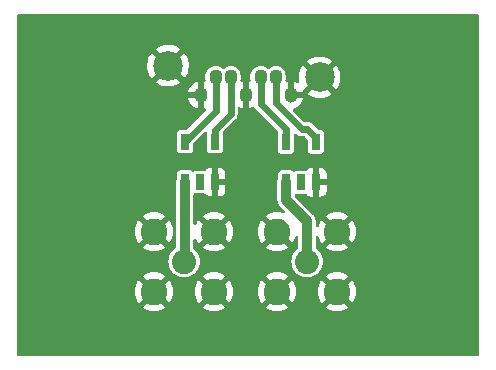
<source format=gbr>
%TF.GenerationSoftware,KiCad,Pcbnew,(5.99.0-10394-g2e15de97e0)*%
%TF.CreationDate,2021-05-18T08:39:57+02:00*%
%TF.ProjectId,SATABAL01A,53415441-4241-44c3-9031-412e6b696361,rev?*%
%TF.SameCoordinates,Original*%
%TF.FileFunction,Copper,L2,Bot*%
%TF.FilePolarity,Positive*%
%FSLAX46Y46*%
G04 Gerber Fmt 4.6, Leading zero omitted, Abs format (unit mm)*
G04 Created by KiCad (PCBNEW (5.99.0-10394-g2e15de97e0)) date 2021-05-18 08:39:57*
%MOMM*%
%LPD*%
G01*
G04 APERTURE LIST*
%TA.AperFunction,ComponentPad*%
%ADD10O,1.100000X1.300000*%
%TD*%
%TA.AperFunction,ComponentPad*%
%ADD11C,2.500000*%
%TD*%
%TA.AperFunction,ComponentPad*%
%ADD12C,2.050000*%
%TD*%
%TA.AperFunction,ComponentPad*%
%ADD13C,2.250000*%
%TD*%
%TA.AperFunction,ComponentPad*%
%ADD14C,6.000000*%
%TD*%
%TA.AperFunction,SMDPad,CuDef*%
%ADD15R,0.760000X1.400000*%
%TD*%
%TA.AperFunction,Conductor*%
%ADD16C,0.600000*%
%TD*%
%TA.AperFunction,Conductor*%
%ADD17C,0.850000*%
%TD*%
G04 APERTURE END LIST*
D10*
%TO.P,J1,1,1*%
%TO.N,GND*%
X23926800Y22858600D03*
%TO.P,J1,2,2*%
%TO.N,/IN1N*%
X22656800Y24358600D03*
%TO.P,J1,3,3*%
%TO.N,/IN1P*%
X21386800Y24358600D03*
%TO.P,J1,4,4*%
%TO.N,GND*%
X20116800Y22858600D03*
%TO.P,J1,5,5*%
%TO.N,/IN2N*%
X18846800Y24358600D03*
%TO.P,J1,6,6*%
%TO.N,/IN2P*%
X17576800Y24358600D03*
%TO.P,J1,7,7*%
%TO.N,GND*%
X16306800Y22858600D03*
D11*
%TO.P,J1,8,4*%
X13556800Y25358600D03*
%TO.P,J1,9,7*%
X26386800Y24358600D03*
%TD*%
D12*
%TO.P,J2,1,In*%
%TO.N,/OUT2*%
X14909800Y8763000D03*
D13*
%TO.P,J2,2,Ext*%
%TO.N,GND*%
X17449800Y6223000D03*
X17449800Y11303000D03*
X12369800Y11303000D03*
X12369800Y6223000D03*
%TD*%
D14*
%TO.P,H4,1,1*%
%TO.N,GND*%
X35560000Y25400000D03*
%TD*%
D12*
%TO.P,J3,1,In*%
%TO.N,/OUT1*%
X25323800Y8763000D03*
D13*
%TO.P,J3,2,Ext*%
%TO.N,GND*%
X27863800Y6223000D03*
X22783800Y6223000D03*
X22783800Y11303000D03*
X27863800Y11303000D03*
%TD*%
D14*
%TO.P,H3,1,1*%
%TO.N,GND*%
X35560000Y5080000D03*
%TD*%
%TO.P,H2,1,1*%
%TO.N,GND*%
X5080000Y25400000D03*
%TD*%
%TO.P,H1,1,1*%
%TO.N,GND*%
X5080000Y5080000D03*
%TD*%
D15*
%TO.P,T2,1,AA*%
%TO.N,/IN2P*%
X14986000Y18924000D03*
%TO.P,T2,2,AB*%
%TO.N,/IN2N*%
X17526000Y18924000D03*
%TO.P,T2,3,SA*%
%TO.N,GND*%
X17526000Y15494000D03*
%TO.P,T2,4,SC*%
%TO.N,unconnected-(T2-Pad4)*%
X16256000Y15494000D03*
%TO.P,T2,5,SB*%
%TO.N,/OUT2*%
X14986000Y15494000D03*
%TD*%
%TO.P,T1,1,AA*%
%TO.N,/IN1P*%
X23545800Y18910800D03*
%TO.P,T1,2,AB*%
%TO.N,/IN1N*%
X26085800Y18910800D03*
%TO.P,T1,3,SA*%
%TO.N,GND*%
X26085800Y15480800D03*
%TO.P,T1,4,SC*%
%TO.N,unconnected-(T1-Pad4)*%
X24815800Y15480800D03*
%TO.P,T1,5,SB*%
%TO.N,/OUT1*%
X23545800Y15480800D03*
%TD*%
D16*
%TO.N,/IN2P*%
X17576800Y21514800D02*
X17576800Y24358600D01*
X17576800Y21514800D02*
X14986000Y18924000D01*
%TO.N,/IN2N*%
X18846800Y21259800D02*
X17526000Y19939000D01*
X17526000Y19939000D02*
X17526000Y18924000D01*
X18846800Y21259800D02*
X18846800Y24358600D01*
%TO.N,/IN1P*%
X21386800Y22123400D02*
X23545800Y19964400D01*
X23545800Y19964400D02*
X23545800Y18910800D01*
X21386800Y24358600D02*
X21386800Y22123400D01*
%TO.N,/IN1N*%
X22656800Y22199600D02*
X24879300Y19977100D01*
X25361900Y19977100D02*
X24879300Y19977100D01*
X26085800Y18910800D02*
X26085800Y19253200D01*
X26085800Y19253200D02*
X25361900Y19977100D01*
X22656800Y24358600D02*
X22656800Y22199600D01*
D17*
%TO.N,/OUT2*%
X14986000Y15494000D02*
X14986000Y8839200D01*
X14986000Y8839200D02*
X14909800Y8763000D01*
%TO.N,/OUT1*%
X25323800Y12217400D02*
X25323800Y8763000D01*
X23545800Y15480800D02*
X23545800Y13995400D01*
X23545800Y13995400D02*
X25323800Y12217400D01*
%TD*%
%TA.AperFunction,Conductor*%
%TO.N,GND*%
G36*
X39828121Y29705998D02*
G01*
X39874614Y29652342D01*
X39886000Y29600000D01*
X39886000Y880000D01*
X39865998Y811879D01*
X39812342Y765386D01*
X39760000Y754000D01*
X880000Y754000D01*
X811879Y774002D01*
X765386Y827658D01*
X754000Y880000D01*
X754000Y4898569D01*
X11410721Y4898569D01*
X11414414Y4893292D01*
X11621944Y4766117D01*
X11630738Y4761636D01*
X11859057Y4667063D01*
X11868442Y4664014D01*
X12108747Y4606321D01*
X12118494Y4604778D01*
X12364870Y4585388D01*
X12374730Y4585388D01*
X12621106Y4604778D01*
X12630853Y4606321D01*
X12871158Y4664014D01*
X12880543Y4667063D01*
X13108862Y4761636D01*
X13117656Y4766117D01*
X13323688Y4892374D01*
X13327734Y4898569D01*
X16490721Y4898569D01*
X16494414Y4893292D01*
X16701944Y4766117D01*
X16710738Y4761636D01*
X16939057Y4667063D01*
X16948442Y4664014D01*
X17188747Y4606321D01*
X17198494Y4604778D01*
X17444870Y4585388D01*
X17454730Y4585388D01*
X17701106Y4604778D01*
X17710853Y4606321D01*
X17951158Y4664014D01*
X17960543Y4667063D01*
X18188862Y4761636D01*
X18197656Y4766117D01*
X18403688Y4892374D01*
X18407734Y4898569D01*
X21824721Y4898569D01*
X21828414Y4893292D01*
X22035944Y4766117D01*
X22044738Y4761636D01*
X22273057Y4667063D01*
X22282442Y4664014D01*
X22522747Y4606321D01*
X22532494Y4604778D01*
X22778870Y4585388D01*
X22788730Y4585388D01*
X23035106Y4604778D01*
X23044853Y4606321D01*
X23285158Y4664014D01*
X23294543Y4667063D01*
X23522862Y4761636D01*
X23531656Y4766117D01*
X23737688Y4892374D01*
X23741734Y4898569D01*
X26904721Y4898569D01*
X26908414Y4893292D01*
X27115944Y4766117D01*
X27124738Y4761636D01*
X27353057Y4667063D01*
X27362442Y4664014D01*
X27602747Y4606321D01*
X27612494Y4604778D01*
X27858870Y4585388D01*
X27868730Y4585388D01*
X28115106Y4604778D01*
X28124853Y4606321D01*
X28365158Y4664014D01*
X28374543Y4667063D01*
X28602862Y4761636D01*
X28611656Y4766117D01*
X28817688Y4892374D01*
X28822952Y4900434D01*
X28816944Y4910646D01*
X27876612Y5850978D01*
X27862668Y5858592D01*
X27860835Y5858461D01*
X27854220Y5854210D01*
X26912111Y4912101D01*
X26904721Y4898569D01*
X23741734Y4898569D01*
X23742952Y4900434D01*
X23736944Y4910646D01*
X22796612Y5850978D01*
X22782668Y5858592D01*
X22780835Y5858461D01*
X22774220Y5854210D01*
X21832111Y4912101D01*
X21824721Y4898569D01*
X18407734Y4898569D01*
X18408952Y4900434D01*
X18402944Y4910646D01*
X17462612Y5850978D01*
X17448668Y5858592D01*
X17446835Y5858461D01*
X17440220Y5854210D01*
X16498111Y4912101D01*
X16490721Y4898569D01*
X13327734Y4898569D01*
X13328952Y4900434D01*
X13322944Y4910646D01*
X12382612Y5850978D01*
X12368668Y5858592D01*
X12366835Y5858461D01*
X12360220Y5854210D01*
X11418111Y4912101D01*
X11410721Y4898569D01*
X754000Y4898569D01*
X754000Y6227930D01*
X10732188Y6227930D01*
X10732188Y6218070D01*
X10751578Y5971694D01*
X10753121Y5961947D01*
X10810814Y5721642D01*
X10813863Y5712257D01*
X10908436Y5483938D01*
X10912917Y5475144D01*
X11039174Y5269112D01*
X11047234Y5263848D01*
X11057446Y5269856D01*
X11997778Y6210188D01*
X12004156Y6221868D01*
X12734208Y6221868D01*
X12734339Y6220035D01*
X12738590Y6213420D01*
X13680699Y5271311D01*
X13694231Y5263921D01*
X13699508Y5267614D01*
X13826683Y5475144D01*
X13831164Y5483938D01*
X13925737Y5712257D01*
X13928786Y5721642D01*
X13986479Y5961947D01*
X13988022Y5971694D01*
X14007412Y6218070D01*
X14007412Y6227930D01*
X15812188Y6227930D01*
X15812188Y6218070D01*
X15831578Y5971694D01*
X15833121Y5961947D01*
X15890814Y5721642D01*
X15893863Y5712257D01*
X15988436Y5483938D01*
X15992917Y5475144D01*
X16119174Y5269112D01*
X16127234Y5263848D01*
X16137446Y5269856D01*
X17077778Y6210188D01*
X17084156Y6221868D01*
X17814208Y6221868D01*
X17814339Y6220035D01*
X17818590Y6213420D01*
X18760699Y5271311D01*
X18774231Y5263921D01*
X18779508Y5267614D01*
X18906683Y5475144D01*
X18911164Y5483938D01*
X19005737Y5712257D01*
X19008786Y5721642D01*
X19066479Y5961947D01*
X19068022Y5971694D01*
X19087412Y6218070D01*
X19087412Y6227930D01*
X21146188Y6227930D01*
X21146188Y6218070D01*
X21165578Y5971694D01*
X21167121Y5961947D01*
X21224814Y5721642D01*
X21227863Y5712257D01*
X21322436Y5483938D01*
X21326917Y5475144D01*
X21453174Y5269112D01*
X21461234Y5263848D01*
X21471446Y5269856D01*
X22411778Y6210188D01*
X22418156Y6221868D01*
X23148208Y6221868D01*
X23148339Y6220035D01*
X23152590Y6213420D01*
X24094699Y5271311D01*
X24108231Y5263921D01*
X24113508Y5267614D01*
X24240683Y5475144D01*
X24245164Y5483938D01*
X24339737Y5712257D01*
X24342786Y5721642D01*
X24400479Y5961947D01*
X24402022Y5971694D01*
X24421412Y6218070D01*
X24421412Y6227930D01*
X26226188Y6227930D01*
X26226188Y6218070D01*
X26245578Y5971694D01*
X26247121Y5961947D01*
X26304814Y5721642D01*
X26307863Y5712257D01*
X26402436Y5483938D01*
X26406917Y5475144D01*
X26533174Y5269112D01*
X26541234Y5263848D01*
X26551446Y5269856D01*
X27491778Y6210188D01*
X27498156Y6221868D01*
X28228208Y6221868D01*
X28228339Y6220035D01*
X28232590Y6213420D01*
X29174699Y5271311D01*
X29188231Y5263921D01*
X29193508Y5267614D01*
X29320683Y5475144D01*
X29325164Y5483938D01*
X29419737Y5712257D01*
X29422786Y5721642D01*
X29480479Y5961947D01*
X29482022Y5971694D01*
X29501412Y6218070D01*
X29501412Y6227930D01*
X29482022Y6474306D01*
X29480479Y6484053D01*
X29422786Y6724358D01*
X29419737Y6733743D01*
X29325164Y6962062D01*
X29320683Y6970856D01*
X29194426Y7176888D01*
X29186366Y7182152D01*
X29176154Y7176144D01*
X28235822Y6235812D01*
X28228208Y6221868D01*
X27498156Y6221868D01*
X27499392Y6224132D01*
X27499261Y6225965D01*
X27495010Y6232580D01*
X26552901Y7174689D01*
X26539369Y7182079D01*
X26534092Y7178386D01*
X26406917Y6970856D01*
X26402436Y6962062D01*
X26307863Y6733743D01*
X26304814Y6724358D01*
X26247121Y6484053D01*
X26245578Y6474306D01*
X26226188Y6227930D01*
X24421412Y6227930D01*
X24402022Y6474306D01*
X24400479Y6484053D01*
X24342786Y6724358D01*
X24339737Y6733743D01*
X24245164Y6962062D01*
X24240683Y6970856D01*
X24114426Y7176888D01*
X24106366Y7182152D01*
X24096154Y7176144D01*
X23155822Y6235812D01*
X23148208Y6221868D01*
X22418156Y6221868D01*
X22419392Y6224132D01*
X22419261Y6225965D01*
X22415010Y6232580D01*
X21472901Y7174689D01*
X21459369Y7182079D01*
X21454092Y7178386D01*
X21326917Y6970856D01*
X21322436Y6962062D01*
X21227863Y6733743D01*
X21224814Y6724358D01*
X21167121Y6484053D01*
X21165578Y6474306D01*
X21146188Y6227930D01*
X19087412Y6227930D01*
X19068022Y6474306D01*
X19066479Y6484053D01*
X19008786Y6724358D01*
X19005737Y6733743D01*
X18911164Y6962062D01*
X18906683Y6970856D01*
X18780426Y7176888D01*
X18772366Y7182152D01*
X18762154Y7176144D01*
X17821822Y6235812D01*
X17814208Y6221868D01*
X17084156Y6221868D01*
X17085392Y6224132D01*
X17085261Y6225965D01*
X17081010Y6232580D01*
X16138901Y7174689D01*
X16125369Y7182079D01*
X16120092Y7178386D01*
X15992917Y6970856D01*
X15988436Y6962062D01*
X15893863Y6733743D01*
X15890814Y6724358D01*
X15833121Y6484053D01*
X15831578Y6474306D01*
X15812188Y6227930D01*
X14007412Y6227930D01*
X13988022Y6474306D01*
X13986479Y6484053D01*
X13928786Y6724358D01*
X13925737Y6733743D01*
X13831164Y6962062D01*
X13826683Y6970856D01*
X13700426Y7176888D01*
X13692366Y7182152D01*
X13682154Y7176144D01*
X12741822Y6235812D01*
X12734208Y6221868D01*
X12004156Y6221868D01*
X12005392Y6224132D01*
X12005261Y6225965D01*
X12001010Y6232580D01*
X11058901Y7174689D01*
X11045369Y7182079D01*
X11040092Y7178386D01*
X10912917Y6970856D01*
X10908436Y6962062D01*
X10813863Y6733743D01*
X10810814Y6724358D01*
X10753121Y6484053D01*
X10751578Y6474306D01*
X10732188Y6227930D01*
X754000Y6227930D01*
X754000Y7545566D01*
X11410648Y7545566D01*
X11416656Y7535354D01*
X12356988Y6595022D01*
X12370932Y6587408D01*
X12372765Y6587539D01*
X12379380Y6591790D01*
X13321489Y7533899D01*
X13328879Y7547431D01*
X13325186Y7552708D01*
X13117656Y7679883D01*
X13108862Y7684364D01*
X12880543Y7778937D01*
X12871158Y7781986D01*
X12630853Y7839679D01*
X12621106Y7841222D01*
X12374730Y7860612D01*
X12364870Y7860612D01*
X12118494Y7841222D01*
X12108747Y7839679D01*
X11868442Y7781986D01*
X11859057Y7778937D01*
X11630738Y7684364D01*
X11621944Y7679883D01*
X11415912Y7553626D01*
X11410648Y7545566D01*
X754000Y7545566D01*
X754000Y8763000D01*
X13579300Y8763000D01*
X13599513Y8531961D01*
X13659539Y8307942D01*
X13661861Y8302961D01*
X13661862Y8302960D01*
X13755227Y8102737D01*
X13755230Y8102732D01*
X13757553Y8097750D01*
X13890578Y7907771D01*
X14054571Y7743778D01*
X14059079Y7740621D01*
X14059082Y7740619D01*
X14138395Y7685084D01*
X14244550Y7610753D01*
X14249532Y7608430D01*
X14249537Y7608427D01*
X14409364Y7533899D01*
X14454742Y7512739D01*
X14460050Y7511317D01*
X14460052Y7511316D01*
X14529509Y7492705D01*
X14678761Y7452713D01*
X14909800Y7432500D01*
X15140839Y7452713D01*
X15290091Y7492705D01*
X15359548Y7511316D01*
X15359550Y7511317D01*
X15364858Y7512739D01*
X15410236Y7533899D01*
X15435256Y7545566D01*
X16490648Y7545566D01*
X16496656Y7535354D01*
X17436988Y6595022D01*
X17450932Y6587408D01*
X17452765Y6587539D01*
X17459380Y6591790D01*
X18401489Y7533899D01*
X18407860Y7545566D01*
X21824648Y7545566D01*
X21830656Y7535354D01*
X22770988Y6595022D01*
X22784932Y6587408D01*
X22786765Y6587539D01*
X22793380Y6591790D01*
X23735489Y7533899D01*
X23742879Y7547431D01*
X23739186Y7552708D01*
X23531656Y7679883D01*
X23522862Y7684364D01*
X23294543Y7778937D01*
X23285158Y7781986D01*
X23044853Y7839679D01*
X23035106Y7841222D01*
X22788730Y7860612D01*
X22778870Y7860612D01*
X22532494Y7841222D01*
X22522747Y7839679D01*
X22282442Y7781986D01*
X22273057Y7778937D01*
X22044738Y7684364D01*
X22035944Y7679883D01*
X21829912Y7553626D01*
X21824648Y7545566D01*
X18407860Y7545566D01*
X18408879Y7547431D01*
X18405186Y7552708D01*
X18197656Y7679883D01*
X18188862Y7684364D01*
X17960543Y7778937D01*
X17951158Y7781986D01*
X17710853Y7839679D01*
X17701106Y7841222D01*
X17454730Y7860612D01*
X17444870Y7860612D01*
X17198494Y7841222D01*
X17188747Y7839679D01*
X16948442Y7781986D01*
X16939057Y7778937D01*
X16710738Y7684364D01*
X16701944Y7679883D01*
X16495912Y7553626D01*
X16490648Y7545566D01*
X15435256Y7545566D01*
X15570063Y7608427D01*
X15570068Y7608430D01*
X15575050Y7610753D01*
X15681205Y7685084D01*
X15760518Y7740619D01*
X15760521Y7740621D01*
X15765029Y7743778D01*
X15929022Y7907771D01*
X16062047Y8097750D01*
X16064370Y8102732D01*
X16064373Y8102737D01*
X16157738Y8302960D01*
X16157739Y8302961D01*
X16160061Y8307942D01*
X16220087Y8531961D01*
X16240300Y8763000D01*
X16220087Y8994039D01*
X16160061Y9218058D01*
X16157738Y9223040D01*
X16064373Y9423263D01*
X16064370Y9423268D01*
X16062047Y9428250D01*
X15929022Y9618229D01*
X15765029Y9782222D01*
X15760523Y9785377D01*
X15756506Y9788748D01*
X15717181Y9847858D01*
X15711500Y9885267D01*
X15711500Y9978569D01*
X16490721Y9978569D01*
X16494414Y9973292D01*
X16701944Y9846117D01*
X16710738Y9841636D01*
X16939057Y9747063D01*
X16948442Y9744014D01*
X17188747Y9686321D01*
X17198494Y9684778D01*
X17444870Y9665388D01*
X17454730Y9665388D01*
X17701106Y9684778D01*
X17710853Y9686321D01*
X17951158Y9744014D01*
X17960543Y9747063D01*
X18188862Y9841636D01*
X18197656Y9846117D01*
X18403688Y9972374D01*
X18407734Y9978569D01*
X21824721Y9978569D01*
X21828414Y9973292D01*
X22035944Y9846117D01*
X22044738Y9841636D01*
X22273057Y9747063D01*
X22282442Y9744014D01*
X22522747Y9686321D01*
X22532494Y9684778D01*
X22778870Y9665388D01*
X22788730Y9665388D01*
X23035106Y9684778D01*
X23044853Y9686321D01*
X23285158Y9744014D01*
X23294543Y9747063D01*
X23522862Y9841636D01*
X23531656Y9846117D01*
X23737688Y9972374D01*
X23742952Y9980434D01*
X23736944Y9990646D01*
X22796612Y10930978D01*
X22782668Y10938592D01*
X22780835Y10938461D01*
X22774220Y10934210D01*
X21832111Y9992101D01*
X21824721Y9978569D01*
X18407734Y9978569D01*
X18408952Y9980434D01*
X18402944Y9990646D01*
X17462612Y10930978D01*
X17448668Y10938592D01*
X17446835Y10938461D01*
X17440220Y10934210D01*
X16498111Y9992101D01*
X16490721Y9978569D01*
X15711500Y9978569D01*
X15711500Y10599076D01*
X15731502Y10667197D01*
X15785158Y10713690D01*
X15855432Y10723794D01*
X15920012Y10694300D01*
X15953909Y10647294D01*
X15988436Y10563938D01*
X15992917Y10555144D01*
X16119174Y10349112D01*
X16127234Y10343848D01*
X16137446Y10349856D01*
X17077778Y11290188D01*
X17084156Y11301868D01*
X17814208Y11301868D01*
X17814339Y11300035D01*
X17818590Y11293420D01*
X18760699Y10351311D01*
X18774231Y10343921D01*
X18779508Y10347614D01*
X18906683Y10555144D01*
X18911164Y10563938D01*
X19005737Y10792257D01*
X19008786Y10801642D01*
X19066479Y11041947D01*
X19068022Y11051694D01*
X19087412Y11298070D01*
X19087412Y11307930D01*
X21146188Y11307930D01*
X21146188Y11298070D01*
X21165578Y11051694D01*
X21167121Y11041947D01*
X21224814Y10801642D01*
X21227863Y10792257D01*
X21322436Y10563938D01*
X21326917Y10555144D01*
X21453174Y10349112D01*
X21461234Y10343848D01*
X21471446Y10349856D01*
X22411778Y11290188D01*
X22419392Y11304132D01*
X22419261Y11305965D01*
X22415010Y11312580D01*
X21472901Y12254689D01*
X21459369Y12262079D01*
X21454092Y12258386D01*
X21326917Y12050856D01*
X21322436Y12042062D01*
X21227863Y11813743D01*
X21224814Y11804358D01*
X21167121Y11564053D01*
X21165578Y11554306D01*
X21146188Y11307930D01*
X19087412Y11307930D01*
X19068022Y11554306D01*
X19066479Y11564053D01*
X19008786Y11804358D01*
X19005737Y11813743D01*
X18911164Y12042062D01*
X18906683Y12050856D01*
X18780426Y12256888D01*
X18772366Y12262152D01*
X18762154Y12256144D01*
X17821822Y11315812D01*
X17814208Y11301868D01*
X17084156Y11301868D01*
X17085392Y11304132D01*
X17085261Y11305965D01*
X17081010Y11312580D01*
X16138901Y12254689D01*
X16125369Y12262079D01*
X16120092Y12258386D01*
X15992917Y12050856D01*
X15988436Y12042062D01*
X15953909Y11958706D01*
X15909360Y11903425D01*
X15841997Y11881004D01*
X15773206Y11898562D01*
X15724828Y11950524D01*
X15711500Y12006924D01*
X15711500Y12625566D01*
X16490648Y12625566D01*
X16496656Y12615354D01*
X17436988Y11675022D01*
X17450932Y11667408D01*
X17452765Y11667539D01*
X17459380Y11671790D01*
X18401489Y12613899D01*
X18407860Y12625566D01*
X21824648Y12625566D01*
X21830656Y12615354D01*
X24094699Y10351311D01*
X24108231Y10343921D01*
X24113508Y10347614D01*
X24240683Y10555144D01*
X24245164Y10563938D01*
X24339737Y10792257D01*
X24342786Y10801642D01*
X24349781Y10830777D01*
X24385133Y10892346D01*
X24448160Y10925029D01*
X24518851Y10918448D01*
X24574762Y10874694D01*
X24598300Y10801363D01*
X24598300Y9938651D01*
X24578298Y9870530D01*
X24544571Y9835438D01*
X24473082Y9785381D01*
X24473079Y9785379D01*
X24468571Y9782222D01*
X24304578Y9618229D01*
X24171553Y9428250D01*
X24169230Y9423268D01*
X24169227Y9423263D01*
X24075862Y9223040D01*
X24073539Y9218058D01*
X24013513Y8994039D01*
X23993300Y8763000D01*
X24013513Y8531961D01*
X24073539Y8307942D01*
X24075861Y8302961D01*
X24075862Y8302960D01*
X24169227Y8102737D01*
X24169230Y8102732D01*
X24171553Y8097750D01*
X24304578Y7907771D01*
X24468571Y7743778D01*
X24473079Y7740621D01*
X24473082Y7740619D01*
X24552395Y7685084D01*
X24658550Y7610753D01*
X24663532Y7608430D01*
X24663537Y7608427D01*
X24823364Y7533899D01*
X24868742Y7512739D01*
X24874050Y7511317D01*
X24874052Y7511316D01*
X24943509Y7492705D01*
X25092761Y7452713D01*
X25323800Y7432500D01*
X25554839Y7452713D01*
X25704091Y7492705D01*
X25773548Y7511316D01*
X25773550Y7511317D01*
X25778858Y7512739D01*
X25824236Y7533899D01*
X25849256Y7545566D01*
X26904648Y7545566D01*
X26910656Y7535354D01*
X27850988Y6595022D01*
X27864932Y6587408D01*
X27866765Y6587539D01*
X27873380Y6591790D01*
X28815489Y7533899D01*
X28822879Y7547431D01*
X28819186Y7552708D01*
X28611656Y7679883D01*
X28602862Y7684364D01*
X28374543Y7778937D01*
X28365158Y7781986D01*
X28124853Y7839679D01*
X28115106Y7841222D01*
X27868730Y7860612D01*
X27858870Y7860612D01*
X27612494Y7841222D01*
X27602747Y7839679D01*
X27362442Y7781986D01*
X27353057Y7778937D01*
X27124738Y7684364D01*
X27115944Y7679883D01*
X26909912Y7553626D01*
X26904648Y7545566D01*
X25849256Y7545566D01*
X25984063Y7608427D01*
X25984068Y7608430D01*
X25989050Y7610753D01*
X26095205Y7685084D01*
X26174518Y7740619D01*
X26174521Y7740621D01*
X26179029Y7743778D01*
X26343022Y7907771D01*
X26476047Y8097750D01*
X26478370Y8102732D01*
X26478373Y8102737D01*
X26571738Y8302960D01*
X26571739Y8302961D01*
X26574061Y8307942D01*
X26634087Y8531961D01*
X26654300Y8763000D01*
X26634087Y8994039D01*
X26574061Y9218058D01*
X26571738Y9223040D01*
X26478373Y9423263D01*
X26478370Y9423268D01*
X26476047Y9428250D01*
X26343022Y9618229D01*
X26179029Y9782222D01*
X26174521Y9785379D01*
X26174518Y9785381D01*
X26103029Y9835438D01*
X26058701Y9890895D01*
X26049300Y9938651D01*
X26049300Y9978569D01*
X26904721Y9978569D01*
X26908414Y9973292D01*
X27115944Y9846117D01*
X27124738Y9841636D01*
X27353057Y9747063D01*
X27362442Y9744014D01*
X27602747Y9686321D01*
X27612494Y9684778D01*
X27858870Y9665388D01*
X27868730Y9665388D01*
X28115106Y9684778D01*
X28124853Y9686321D01*
X28365158Y9744014D01*
X28374543Y9747063D01*
X28602862Y9841636D01*
X28611656Y9846117D01*
X28817688Y9972374D01*
X28822952Y9980434D01*
X28816944Y9990646D01*
X27876612Y10930978D01*
X27862668Y10938592D01*
X27860835Y10938461D01*
X27854220Y10934210D01*
X26912111Y9992101D01*
X26904721Y9978569D01*
X26049300Y9978569D01*
X26049300Y10801363D01*
X26069302Y10869484D01*
X26122958Y10915977D01*
X26193232Y10926081D01*
X26257812Y10896587D01*
X26297819Y10830777D01*
X26304814Y10801642D01*
X26307863Y10792257D01*
X26402436Y10563938D01*
X26406917Y10555144D01*
X26533174Y10349112D01*
X26541234Y10343848D01*
X26551446Y10349856D01*
X27491778Y11290188D01*
X27498156Y11301868D01*
X28228208Y11301868D01*
X28228339Y11300035D01*
X28232590Y11293420D01*
X29174699Y10351311D01*
X29188231Y10343921D01*
X29193508Y10347614D01*
X29320683Y10555144D01*
X29325164Y10563938D01*
X29419737Y10792257D01*
X29422786Y10801642D01*
X29480479Y11041947D01*
X29482022Y11051694D01*
X29501412Y11298070D01*
X29501412Y11307930D01*
X29482022Y11554306D01*
X29480479Y11564053D01*
X29422786Y11804358D01*
X29419737Y11813743D01*
X29325164Y12042062D01*
X29320683Y12050856D01*
X29194426Y12256888D01*
X29186366Y12262152D01*
X29176154Y12256144D01*
X28235822Y11315812D01*
X28228208Y11301868D01*
X27498156Y11301868D01*
X27499392Y11304132D01*
X27499261Y11305965D01*
X27495010Y11312580D01*
X26552901Y12254689D01*
X26539369Y12262079D01*
X26534092Y12258386D01*
X26406917Y12050856D01*
X26402436Y12042062D01*
X26307863Y11813743D01*
X26304814Y11804358D01*
X26297819Y11775223D01*
X26262467Y11713654D01*
X26199440Y11680971D01*
X26128749Y11687552D01*
X26072838Y11731306D01*
X26049300Y11804637D01*
X26049300Y12152434D01*
X26050733Y12171384D01*
X26052755Y12184672D01*
X26052755Y12184676D01*
X26053855Y12191906D01*
X26049715Y12242806D01*
X26049300Y12253021D01*
X26049300Y12260285D01*
X26046223Y12286674D01*
X26045791Y12291043D01*
X26040733Y12353239D01*
X26040732Y12353242D01*
X26040139Y12360538D01*
X26037882Y12367506D01*
X26036809Y12372875D01*
X26035555Y12378180D01*
X26034707Y12385451D01*
X26010896Y12451049D01*
X26009481Y12455173D01*
X25990255Y12514523D01*
X25990254Y12514526D01*
X25987997Y12521492D01*
X25984197Y12527754D01*
X25981919Y12532729D01*
X25979480Y12537600D01*
X25976980Y12544488D01*
X25938741Y12602813D01*
X25936400Y12606523D01*
X25924844Y12625566D01*
X26904648Y12625566D01*
X26910656Y12615354D01*
X27850988Y11675022D01*
X27864932Y11667408D01*
X27866765Y11667539D01*
X27873380Y11671790D01*
X28815489Y12613899D01*
X28822879Y12627431D01*
X28819186Y12632708D01*
X28611656Y12759883D01*
X28602862Y12764364D01*
X28374543Y12858937D01*
X28365158Y12861986D01*
X28124853Y12919679D01*
X28115106Y12921222D01*
X27868730Y12940612D01*
X27858870Y12940612D01*
X27612494Y12921222D01*
X27602747Y12919679D01*
X27362442Y12861986D01*
X27353057Y12858937D01*
X27124738Y12764364D01*
X27115944Y12759883D01*
X26909912Y12633626D01*
X26904648Y12625566D01*
X25924844Y12625566D01*
X25903141Y12661332D01*
X25903138Y12661336D01*
X25900226Y12666135D01*
X25893790Y12673421D01*
X25893795Y12673426D01*
X25890474Y12677171D01*
X25888226Y12679860D01*
X25884214Y12685979D01*
X25828836Y12738439D01*
X25826395Y12740816D01*
X24308205Y14259007D01*
X24274179Y14321319D01*
X24271300Y14348102D01*
X24271300Y14404489D01*
X24291302Y14472610D01*
X24344958Y14519103D01*
X24421877Y14528069D01*
X24429731Y14526507D01*
X24429733Y14526507D01*
X24435800Y14525300D01*
X25195800Y14525300D01*
X25195800Y14522837D01*
X25254887Y14511637D01*
X25303493Y14467587D01*
X25313230Y14452435D01*
X25324912Y14438953D01*
X25421640Y14355138D01*
X25436648Y14345493D01*
X25553075Y14292323D01*
X25570188Y14287298D01*
X25701354Y14268439D01*
X25710295Y14267800D01*
X25813685Y14267800D01*
X25828924Y14272275D01*
X25830129Y14273665D01*
X25831800Y14281348D01*
X25831800Y15213252D01*
X26339800Y15213252D01*
X26339800Y14285915D01*
X26344275Y14270676D01*
X26345665Y14269471D01*
X26353348Y14267800D01*
X26463543Y14267800D01*
X26468050Y14267961D01*
X26532069Y14272540D01*
X26545291Y14274926D01*
X26670258Y14311619D01*
X26686492Y14319033D01*
X26794160Y14388226D01*
X26807647Y14399912D01*
X26891462Y14496640D01*
X26901107Y14511648D01*
X26954277Y14628075D01*
X26959302Y14645188D01*
X26978161Y14776354D01*
X26978800Y14785295D01*
X26978800Y15208685D01*
X26974325Y15223924D01*
X26972935Y15225129D01*
X26965252Y15226800D01*
X26357915Y15226800D01*
X26342676Y15222325D01*
X26341471Y15220935D01*
X26339800Y15213252D01*
X25831800Y15213252D01*
X25831800Y16675685D01*
X25830459Y16680252D01*
X26339800Y16680252D01*
X26339800Y15752915D01*
X26344275Y15737676D01*
X26345665Y15736471D01*
X26353348Y15734800D01*
X26960685Y15734800D01*
X26975924Y15739275D01*
X26977129Y15740665D01*
X26978800Y15748348D01*
X26978800Y16178543D01*
X26978639Y16183050D01*
X26974060Y16247069D01*
X26971674Y16260291D01*
X26934981Y16385258D01*
X26927567Y16401492D01*
X26858374Y16509160D01*
X26846688Y16522647D01*
X26749960Y16606462D01*
X26734952Y16616107D01*
X26618525Y16669277D01*
X26601412Y16674302D01*
X26470246Y16693161D01*
X26461305Y16693800D01*
X26357915Y16693800D01*
X26342676Y16689325D01*
X26341471Y16687935D01*
X26339800Y16680252D01*
X25830459Y16680252D01*
X25827325Y16690924D01*
X25825935Y16692129D01*
X25818252Y16693800D01*
X25708057Y16693800D01*
X25703550Y16693639D01*
X25639531Y16689060D01*
X25626309Y16686674D01*
X25501342Y16649981D01*
X25485108Y16642567D01*
X25377440Y16573374D01*
X25363953Y16561688D01*
X25292833Y16479610D01*
X25233107Y16441226D01*
X25195800Y16437719D01*
X25195800Y16436300D01*
X24435800Y16436300D01*
X24338024Y16416851D01*
X24327708Y16409958D01*
X24292570Y16386480D01*
X24224817Y16365266D01*
X24156350Y16384050D01*
X24138383Y16397604D01*
X24131614Y16406567D01*
X24036159Y16465670D01*
X24024687Y16467814D01*
X24024686Y16467815D01*
X23931525Y16485230D01*
X23931523Y16485230D01*
X23925800Y16486300D01*
X23165800Y16486300D01*
X23164359Y16486233D01*
X23164342Y16486233D01*
X23150242Y16485581D01*
X23137612Y16484997D01*
X23029627Y16454272D01*
X22940033Y16386614D01*
X22880930Y16291159D01*
X22878786Y16279687D01*
X22878785Y16279686D01*
X22861678Y16188173D01*
X22860300Y16180800D01*
X22860300Y15747288D01*
X22856689Y15717340D01*
X22820902Y15571091D01*
X22820300Y15561388D01*
X22820300Y14060366D01*
X22818867Y14041417D01*
X22815745Y14020894D01*
X22816338Y14013602D01*
X22816338Y14013599D01*
X22819885Y13969994D01*
X22820300Y13959779D01*
X22820300Y13952515D01*
X22820724Y13948880D01*
X22823376Y13926137D01*
X22823809Y13921761D01*
X22829461Y13852262D01*
X22831718Y13845294D01*
X22832791Y13839925D01*
X22834045Y13834621D01*
X22834893Y13827349D01*
X22837390Y13820471D01*
X22858686Y13761800D01*
X22860114Y13757640D01*
X22879347Y13698269D01*
X22879349Y13698264D01*
X22881603Y13691307D01*
X22885397Y13685055D01*
X22887673Y13680083D01*
X22890123Y13675189D01*
X22892620Y13668312D01*
X22896631Y13662195D01*
X22896632Y13662192D01*
X22930850Y13610002D01*
X22933197Y13606282D01*
X22966461Y13551464D01*
X22966466Y13551457D01*
X22969374Y13546665D01*
X22973089Y13542459D01*
X22975810Y13539378D01*
X22975805Y13539374D01*
X22979130Y13535624D01*
X22981375Y13532938D01*
X22985386Y13526821D01*
X22990694Y13521793D01*
X22990697Y13521789D01*
X23040746Y13474378D01*
X23043188Y13472000D01*
X23464106Y13051082D01*
X23498132Y12988770D01*
X23493067Y12917955D01*
X23450520Y12861119D01*
X23384000Y12836308D01*
X23326792Y12845579D01*
X23294549Y12858935D01*
X23285158Y12861986D01*
X23044853Y12919679D01*
X23035106Y12921222D01*
X22788730Y12940612D01*
X22778870Y12940612D01*
X22532494Y12921222D01*
X22522747Y12919679D01*
X22282442Y12861986D01*
X22273057Y12858937D01*
X22044738Y12764364D01*
X22035944Y12759883D01*
X21829912Y12633626D01*
X21824648Y12625566D01*
X18407860Y12625566D01*
X18408879Y12627431D01*
X18405186Y12632708D01*
X18197656Y12759883D01*
X18188862Y12764364D01*
X17960543Y12858937D01*
X17951158Y12861986D01*
X17710853Y12919679D01*
X17701106Y12921222D01*
X17454730Y12940612D01*
X17444870Y12940612D01*
X17198494Y12921222D01*
X17188747Y12919679D01*
X16948442Y12861986D01*
X16939057Y12858937D01*
X16710738Y12764364D01*
X16701944Y12759883D01*
X16495912Y12633626D01*
X16490648Y12625566D01*
X15711500Y12625566D01*
X15711500Y14417689D01*
X15731502Y14485810D01*
X15785158Y14532303D01*
X15862077Y14541269D01*
X15869931Y14539707D01*
X15869933Y14539707D01*
X15876000Y14538500D01*
X16636000Y14538500D01*
X16636000Y14536037D01*
X16695087Y14524837D01*
X16743693Y14480787D01*
X16753430Y14465635D01*
X16765112Y14452153D01*
X16861840Y14368338D01*
X16876848Y14358693D01*
X16993275Y14305523D01*
X17010388Y14300498D01*
X17141554Y14281639D01*
X17150495Y14281000D01*
X17253885Y14281000D01*
X17269124Y14285475D01*
X17270329Y14286865D01*
X17272000Y14294548D01*
X17272000Y15226452D01*
X17780000Y15226452D01*
X17780000Y14299115D01*
X17784475Y14283876D01*
X17785865Y14282671D01*
X17793548Y14281000D01*
X17903743Y14281000D01*
X17908250Y14281161D01*
X17972269Y14285740D01*
X17985491Y14288126D01*
X18110458Y14324819D01*
X18126692Y14332233D01*
X18234360Y14401426D01*
X18247847Y14413112D01*
X18331662Y14509840D01*
X18341307Y14524848D01*
X18394477Y14641275D01*
X18399502Y14658388D01*
X18418361Y14789554D01*
X18419000Y14798495D01*
X18419000Y15221885D01*
X18414525Y15237124D01*
X18413135Y15238329D01*
X18405452Y15240000D01*
X17798115Y15240000D01*
X17782876Y15235525D01*
X17781671Y15234135D01*
X17780000Y15226452D01*
X17272000Y15226452D01*
X17272000Y16688885D01*
X17270659Y16693452D01*
X17780000Y16693452D01*
X17780000Y15766115D01*
X17784475Y15750876D01*
X17785865Y15749671D01*
X17793548Y15748000D01*
X18400885Y15748000D01*
X18416124Y15752475D01*
X18417329Y15753865D01*
X18419000Y15761548D01*
X18419000Y16191743D01*
X18418839Y16196250D01*
X18414260Y16260269D01*
X18411874Y16273491D01*
X18375181Y16398458D01*
X18367767Y16414692D01*
X18298574Y16522360D01*
X18286888Y16535847D01*
X18190160Y16619662D01*
X18175152Y16629307D01*
X18058725Y16682477D01*
X18041612Y16687502D01*
X17910446Y16706361D01*
X17901505Y16707000D01*
X17798115Y16707000D01*
X17782876Y16702525D01*
X17781671Y16701135D01*
X17780000Y16693452D01*
X17270659Y16693452D01*
X17267525Y16704124D01*
X17266135Y16705329D01*
X17258452Y16707000D01*
X17148257Y16707000D01*
X17143750Y16706839D01*
X17079731Y16702260D01*
X17066509Y16699874D01*
X16941542Y16663181D01*
X16925308Y16655767D01*
X16817640Y16586574D01*
X16804153Y16574888D01*
X16733033Y16492810D01*
X16673307Y16454426D01*
X16636000Y16450919D01*
X16636000Y16449500D01*
X15876000Y16449500D01*
X15778224Y16430051D01*
X15758469Y16416851D01*
X15732770Y16399680D01*
X15665017Y16378466D01*
X15596550Y16397250D01*
X15578583Y16410804D01*
X15571814Y16419767D01*
X15476359Y16478870D01*
X15464887Y16481014D01*
X15464886Y16481015D01*
X15371725Y16498430D01*
X15371723Y16498430D01*
X15366000Y16499500D01*
X14606000Y16499500D01*
X14604559Y16499433D01*
X14604542Y16499433D01*
X14590442Y16498781D01*
X14577812Y16498197D01*
X14469827Y16467472D01*
X14380233Y16399814D01*
X14321130Y16304359D01*
X14318986Y16292887D01*
X14318985Y16292886D01*
X14312892Y16260291D01*
X14300500Y16194000D01*
X14300500Y15760488D01*
X14296889Y15730540D01*
X14261102Y15584291D01*
X14260500Y15574588D01*
X14260500Y9992007D01*
X14240498Y9923886D01*
X14206771Y9888794D01*
X14059082Y9785381D01*
X14059079Y9785379D01*
X14054571Y9782222D01*
X13890578Y9618229D01*
X13757553Y9428250D01*
X13755230Y9423268D01*
X13755227Y9423263D01*
X13661862Y9223040D01*
X13659539Y9218058D01*
X13599513Y8994039D01*
X13579300Y8763000D01*
X754000Y8763000D01*
X754000Y9978569D01*
X11410721Y9978569D01*
X11414414Y9973292D01*
X11621944Y9846117D01*
X11630738Y9841636D01*
X11859057Y9747063D01*
X11868442Y9744014D01*
X12108747Y9686321D01*
X12118494Y9684778D01*
X12364870Y9665388D01*
X12374730Y9665388D01*
X12621106Y9684778D01*
X12630853Y9686321D01*
X12871158Y9744014D01*
X12880543Y9747063D01*
X13108862Y9841636D01*
X13117656Y9846117D01*
X13323688Y9972374D01*
X13328952Y9980434D01*
X13322944Y9990646D01*
X12382612Y10930978D01*
X12368668Y10938592D01*
X12366835Y10938461D01*
X12360220Y10934210D01*
X11418111Y9992101D01*
X11410721Y9978569D01*
X754000Y9978569D01*
X754000Y11307930D01*
X10732188Y11307930D01*
X10732188Y11298070D01*
X10751578Y11051694D01*
X10753121Y11041947D01*
X10810814Y10801642D01*
X10813863Y10792257D01*
X10908436Y10563938D01*
X10912917Y10555144D01*
X11039174Y10349112D01*
X11047234Y10343848D01*
X11057446Y10349856D01*
X11997778Y11290188D01*
X12004156Y11301868D01*
X12734208Y11301868D01*
X12734339Y11300035D01*
X12738590Y11293420D01*
X13680699Y10351311D01*
X13694231Y10343921D01*
X13699508Y10347614D01*
X13826683Y10555144D01*
X13831164Y10563938D01*
X13925737Y10792257D01*
X13928786Y10801642D01*
X13986479Y11041947D01*
X13988022Y11051694D01*
X14007412Y11298070D01*
X14007412Y11307930D01*
X13988022Y11554306D01*
X13986479Y11564053D01*
X13928786Y11804358D01*
X13925737Y11813743D01*
X13831164Y12042062D01*
X13826683Y12050856D01*
X13700426Y12256888D01*
X13692366Y12262152D01*
X13682154Y12256144D01*
X12741822Y11315812D01*
X12734208Y11301868D01*
X12004156Y11301868D01*
X12005392Y11304132D01*
X12005261Y11305965D01*
X12001010Y11312580D01*
X11058901Y12254689D01*
X11045369Y12262079D01*
X11040092Y12258386D01*
X10912917Y12050856D01*
X10908436Y12042062D01*
X10813863Y11813743D01*
X10810814Y11804358D01*
X10753121Y11564053D01*
X10751578Y11554306D01*
X10732188Y11307930D01*
X754000Y11307930D01*
X754000Y12625566D01*
X11410648Y12625566D01*
X11416656Y12615354D01*
X12356988Y11675022D01*
X12370932Y11667408D01*
X12372765Y11667539D01*
X12379380Y11671790D01*
X13321489Y12613899D01*
X13328879Y12627431D01*
X13325186Y12632708D01*
X13117656Y12759883D01*
X13108862Y12764364D01*
X12880543Y12858937D01*
X12871158Y12861986D01*
X12630853Y12919679D01*
X12621106Y12921222D01*
X12374730Y12940612D01*
X12364870Y12940612D01*
X12118494Y12921222D01*
X12108747Y12919679D01*
X11868442Y12861986D01*
X11859057Y12858937D01*
X11630738Y12764364D01*
X11621944Y12759883D01*
X11415912Y12633626D01*
X11410648Y12625566D01*
X754000Y12625566D01*
X754000Y19624000D01*
X14300500Y19624000D01*
X14300500Y18224000D01*
X14300567Y18222559D01*
X14300567Y18222542D01*
X14300841Y18216627D01*
X14301803Y18195812D01*
X14332528Y18087827D01*
X14400186Y17998233D01*
X14495641Y17939130D01*
X14507113Y17936986D01*
X14507114Y17936985D01*
X14600275Y17919570D01*
X14600277Y17919570D01*
X14606000Y17918500D01*
X15366000Y17918500D01*
X15367441Y17918567D01*
X15367458Y17918567D01*
X15381558Y17919219D01*
X15394188Y17919803D01*
X15502173Y17950528D01*
X15591767Y18018186D01*
X15650870Y18113641D01*
X15669033Y18210800D01*
X15670430Y18218275D01*
X15670430Y18218277D01*
X15671500Y18224000D01*
X15671500Y18708075D01*
X15691502Y18776196D01*
X15708405Y18797170D01*
X16625515Y19714280D01*
X16687827Y19748306D01*
X16758642Y19743241D01*
X16815478Y19700694D01*
X16840289Y19634174D01*
X16840182Y19624000D01*
X16840500Y19624000D01*
X16840500Y18224000D01*
X16840567Y18222559D01*
X16840567Y18222542D01*
X16840841Y18216627D01*
X16841803Y18195812D01*
X16872528Y18087827D01*
X16940186Y17998233D01*
X17035641Y17939130D01*
X17047113Y17936986D01*
X17047114Y17936985D01*
X17140275Y17919570D01*
X17140277Y17919570D01*
X17146000Y17918500D01*
X17906000Y17918500D01*
X17907441Y17918567D01*
X17907458Y17918567D01*
X17921558Y17919219D01*
X17934188Y17919803D01*
X18042173Y17950528D01*
X18131767Y18018186D01*
X18190870Y18113641D01*
X18209033Y18210800D01*
X18210430Y18218275D01*
X18210430Y18218277D01*
X18211500Y18224000D01*
X18211500Y19624000D01*
X18211236Y19629725D01*
X18210533Y19644916D01*
X18210197Y19652188D01*
X18203488Y19675767D01*
X18204082Y19746762D01*
X18235582Y19799347D01*
X19238722Y20802486D01*
X19251113Y20813354D01*
X19268407Y20826624D01*
X19274953Y20831647D01*
X19298269Y20862033D01*
X19298273Y20862037D01*
X19371178Y20957050D01*
X19431668Y21103085D01*
X19452300Y21259800D01*
X19448378Y21289590D01*
X19447300Y21306037D01*
X19447300Y21706560D01*
X19467302Y21774681D01*
X19520958Y21821174D01*
X19591232Y21831278D01*
X19633229Y21817396D01*
X19699447Y21781592D01*
X19710766Y21776834D01*
X19845492Y21735131D01*
X19859595Y21734925D01*
X19862800Y21741680D01*
X19862800Y23968523D01*
X19860746Y23975520D01*
X20370800Y23975520D01*
X20370800Y21748677D01*
X20374773Y21735146D01*
X20382568Y21734026D01*
X20509098Y21771265D01*
X20520466Y21775858D01*
X20696880Y21868085D01*
X20766515Y21881919D01*
X20832576Y21855909D01*
X20861621Y21822583D01*
X20862422Y21820650D01*
X20958647Y21695247D01*
X20965192Y21690225D01*
X20982491Y21676951D01*
X20994882Y21666083D01*
X22843239Y19817726D01*
X22877265Y19755414D01*
X22877998Y19705478D01*
X22861371Y19616535D01*
X22861370Y19616524D01*
X22860300Y19610800D01*
X22860300Y18210800D01*
X22860367Y18209359D01*
X22860367Y18209342D01*
X22860993Y18195812D01*
X22861603Y18182612D01*
X22892328Y18074627D01*
X22959986Y17985033D01*
X23055441Y17925930D01*
X23066913Y17923786D01*
X23066914Y17923785D01*
X23160075Y17906370D01*
X23160077Y17906370D01*
X23165800Y17905300D01*
X23925800Y17905300D01*
X23927241Y17905367D01*
X23927258Y17905367D01*
X23941358Y17906019D01*
X23953988Y17906603D01*
X24061973Y17937328D01*
X24151567Y18004986D01*
X24210670Y18100441D01*
X24215283Y18125114D01*
X24230230Y18205075D01*
X24230230Y18205077D01*
X24231300Y18210800D01*
X24231300Y19466128D01*
X24251302Y19534249D01*
X24304958Y19580742D01*
X24375232Y19590846D01*
X24439812Y19561352D01*
X24446170Y19555434D01*
X24451147Y19548947D01*
X24457697Y19543921D01*
X24457698Y19543920D01*
X24481537Y19525628D01*
X24480352Y19524084D01*
X24480353Y19524083D01*
X24481538Y19525627D01*
X24559078Y19466128D01*
X24576550Y19452721D01*
X24668531Y19414622D01*
X24722585Y19392232D01*
X24841321Y19376600D01*
X24871111Y19372678D01*
X24871112Y19372678D01*
X24879300Y19371600D01*
X24887488Y19372678D01*
X24909091Y19375522D01*
X24925537Y19376600D01*
X25060974Y19376600D01*
X25129095Y19356598D01*
X25150070Y19339695D01*
X25363396Y19126368D01*
X25397421Y19064056D01*
X25400300Y19037273D01*
X25400300Y18210800D01*
X25400367Y18209359D01*
X25400367Y18209342D01*
X25400993Y18195812D01*
X25401603Y18182612D01*
X25432328Y18074627D01*
X25499986Y17985033D01*
X25595441Y17925930D01*
X25606913Y17923786D01*
X25606914Y17923785D01*
X25700075Y17906370D01*
X25700077Y17906370D01*
X25705800Y17905300D01*
X26465800Y17905300D01*
X26467241Y17905367D01*
X26467258Y17905367D01*
X26481358Y17906019D01*
X26493988Y17906603D01*
X26601973Y17937328D01*
X26691567Y18004986D01*
X26750670Y18100441D01*
X26755283Y18125114D01*
X26770230Y18205075D01*
X26770230Y18205077D01*
X26771300Y18210800D01*
X26771300Y19610800D01*
X26769997Y19638988D01*
X26739272Y19746973D01*
X26671614Y19836567D01*
X26576159Y19895670D01*
X26564687Y19897814D01*
X26564686Y19897815D01*
X26471525Y19915230D01*
X26471523Y19915230D01*
X26465800Y19916300D01*
X26324127Y19916300D01*
X26256006Y19936302D01*
X26235032Y19953204D01*
X25819214Y20369021D01*
X25808346Y20381413D01*
X25795076Y20398707D01*
X25790053Y20405253D01*
X25664650Y20501478D01*
X25518615Y20561968D01*
X25399879Y20577600D01*
X25361900Y20582600D01*
X25353712Y20581522D01*
X25332109Y20578678D01*
X25315663Y20577600D01*
X25180225Y20577600D01*
X25112104Y20597602D01*
X25091130Y20614505D01*
X24171908Y21533727D01*
X24137882Y21596039D01*
X24142947Y21666854D01*
X24185494Y21723690D01*
X24225428Y21743695D01*
X24319089Y21771261D01*
X24330466Y21775858D01*
X24503401Y21866266D01*
X24513663Y21872982D01*
X24665737Y21995253D01*
X24674503Y22003837D01*
X24799938Y22153323D01*
X24806862Y22163434D01*
X24900875Y22334445D01*
X24905703Y22345709D01*
X24964707Y22531712D01*
X24967258Y22543718D01*
X24972068Y22586598D01*
X24969515Y22601128D01*
X24956971Y22604600D01*
X23798800Y22604600D01*
X23730679Y22624602D01*
X23684186Y22678258D01*
X23672800Y22730600D01*
X23672800Y22949417D01*
X25342362Y22949417D01*
X25351076Y22937897D01*
X25448778Y22866258D01*
X25456697Y22861310D01*
X25679655Y22744006D01*
X25688229Y22740278D01*
X25926086Y22657215D01*
X25935095Y22654801D01*
X26182634Y22607804D01*
X26191891Y22606750D01*
X26443660Y22596857D01*
X26452974Y22597183D01*
X26703428Y22624612D01*
X26712605Y22626313D01*
X26956254Y22690460D01*
X26965074Y22693497D01*
X27196569Y22792955D01*
X27204841Y22797262D01*
X27419086Y22929841D01*
X27426039Y22934892D01*
X27434368Y22947530D01*
X27428304Y22957886D01*
X26399612Y23986578D01*
X26385668Y23994192D01*
X26383835Y23994061D01*
X26377220Y23989810D01*
X25349020Y22961610D01*
X25342362Y22949417D01*
X23672800Y22949417D01*
X23672800Y23968523D01*
X23670746Y23975520D01*
X24180800Y23975520D01*
X24180800Y23130715D01*
X24185275Y23115476D01*
X24186665Y23114271D01*
X24194348Y23112600D01*
X24956585Y23112600D01*
X24971012Y23116836D01*
X24973073Y23129189D01*
X24970156Y23158937D01*
X24967773Y23170971D01*
X24959929Y23196952D01*
X24959388Y23267947D01*
X24991456Y23322466D01*
X26014778Y24345788D01*
X26021156Y24357468D01*
X26751208Y24357468D01*
X26751339Y24355635D01*
X26755590Y24349020D01*
X27786764Y23317846D01*
X27799144Y23311086D01*
X27807485Y23317330D01*
X27933630Y23513444D01*
X27938073Y23521627D01*
X28041555Y23751350D01*
X28044749Y23760125D01*
X28113138Y24002616D01*
X28114996Y24011745D01*
X28146986Y24263201D01*
X28147467Y24269489D01*
X28149717Y24355440D01*
X28149566Y24361749D01*
X28130781Y24614536D01*
X28129405Y24623742D01*
X28073796Y24869494D01*
X28071072Y24878405D01*
X27979751Y25113238D01*
X27975740Y25121647D01*
X27850712Y25340399D01*
X27845501Y25348125D01*
X27808242Y25395388D01*
X27796317Y25403859D01*
X27784783Y25397373D01*
X26758822Y24371412D01*
X26751208Y24357468D01*
X26021156Y24357468D01*
X26022392Y24359732D01*
X26022261Y24361565D01*
X26018010Y24368180D01*
X24988072Y25398118D01*
X24974764Y25405385D01*
X24964725Y25398263D01*
X24954503Y25385973D01*
X24949090Y25378384D01*
X24818383Y25162986D01*
X24814145Y25154669D01*
X24716714Y24922323D01*
X24713753Y24913473D01*
X24651737Y24669281D01*
X24650115Y24660084D01*
X24624873Y24409404D01*
X24624628Y24400079D01*
X24636717Y24148414D01*
X24637853Y24139159D01*
X24666319Y23996054D01*
X24659991Y23925340D01*
X24616437Y23869272D01*
X24549485Y23845653D01*
X24482811Y23860636D01*
X24344153Y23935608D01*
X24332834Y23940366D01*
X24198108Y23982069D01*
X24184005Y23982275D01*
X24180800Y23975520D01*
X23670746Y23975520D01*
X23668827Y23982054D01*
X23661031Y23983175D01*
X23658239Y23982353D01*
X23587243Y23982307D01*
X23527492Y24020652D01*
X23497957Y24085214D01*
X23499697Y24130711D01*
X23506968Y24163238D01*
X23507300Y24169176D01*
X23507300Y24504625D01*
X23492343Y24642306D01*
X23433404Y24817441D01*
X23338231Y24975835D01*
X23211267Y25110096D01*
X23058433Y25213962D01*
X23052099Y25216495D01*
X23052096Y25216497D01*
X22893198Y25280052D01*
X22893193Y25280053D01*
X22886861Y25282586D01*
X22795082Y25297780D01*
X22711293Y25311651D01*
X22711289Y25311651D01*
X22704555Y25312766D01*
X22697738Y25312409D01*
X22697734Y25312409D01*
X22544723Y25304390D01*
X22520022Y25303095D01*
X22513449Y25301284D01*
X22513446Y25301284D01*
X22375186Y25263201D01*
X22341869Y25254024D01*
X22178410Y25167842D01*
X22173194Y25163434D01*
X22173193Y25163433D01*
X22106419Y25107005D01*
X22041478Y25078313D01*
X21971334Y25089286D01*
X21944693Y25106473D01*
X21941267Y25110096D01*
X21788433Y25213962D01*
X21782099Y25216495D01*
X21782096Y25216497D01*
X21623198Y25280052D01*
X21623193Y25280053D01*
X21616861Y25282586D01*
X21525082Y25297780D01*
X21441293Y25311651D01*
X21441289Y25311651D01*
X21434555Y25312766D01*
X21427738Y25312409D01*
X21427734Y25312409D01*
X21274723Y25304390D01*
X21250022Y25303095D01*
X21243449Y25301284D01*
X21243446Y25301284D01*
X21105186Y25263201D01*
X21071869Y25254024D01*
X20908410Y25167842D01*
X20903197Y25163437D01*
X20903193Y25163434D01*
X20772485Y25052977D01*
X20772481Y25052973D01*
X20767271Y25048570D01*
X20655036Y24901772D01*
X20576942Y24734298D01*
X20536632Y24553962D01*
X20536300Y24548024D01*
X20536300Y24212575D01*
X20536669Y24209179D01*
X20536669Y24209178D01*
X20546653Y24117273D01*
X20534125Y24047390D01*
X20485804Y23995375D01*
X20417032Y23977740D01*
X20391725Y23982017D01*
X20374005Y23982275D01*
X20370800Y23975520D01*
X19860746Y23975520D01*
X19858827Y23982054D01*
X19851031Y23983175D01*
X19848239Y23982353D01*
X19777243Y23982307D01*
X19717492Y24020652D01*
X19687957Y24085214D01*
X19689697Y24130711D01*
X19696968Y24163238D01*
X19697300Y24169176D01*
X19697300Y24504625D01*
X19682343Y24642306D01*
X19623404Y24817441D01*
X19528231Y24975835D01*
X19401267Y25110096D01*
X19248433Y25213962D01*
X19242099Y25216495D01*
X19242096Y25216497D01*
X19083198Y25280052D01*
X19083193Y25280053D01*
X19076861Y25282586D01*
X18985082Y25297780D01*
X18901293Y25311651D01*
X18901289Y25311651D01*
X18894555Y25312766D01*
X18887738Y25312409D01*
X18887734Y25312409D01*
X18734723Y25304390D01*
X18710022Y25303095D01*
X18703449Y25301284D01*
X18703446Y25301284D01*
X18565186Y25263201D01*
X18531869Y25254024D01*
X18368410Y25167842D01*
X18363194Y25163434D01*
X18363193Y25163433D01*
X18296419Y25107005D01*
X18231478Y25078313D01*
X18161334Y25089286D01*
X18134693Y25106473D01*
X18131267Y25110096D01*
X17978433Y25213962D01*
X17972099Y25216495D01*
X17972096Y25216497D01*
X17813198Y25280052D01*
X17813193Y25280053D01*
X17806861Y25282586D01*
X17715082Y25297780D01*
X17631293Y25311651D01*
X17631289Y25311651D01*
X17624555Y25312766D01*
X17617738Y25312409D01*
X17617734Y25312409D01*
X17464723Y25304390D01*
X17440022Y25303095D01*
X17433449Y25301284D01*
X17433446Y25301284D01*
X17295186Y25263201D01*
X17261869Y25254024D01*
X17098410Y25167842D01*
X17093197Y25163437D01*
X17093193Y25163434D01*
X16962485Y25052977D01*
X16962481Y25052973D01*
X16957271Y25048570D01*
X16845036Y24901772D01*
X16766942Y24734298D01*
X16726632Y24553962D01*
X16726300Y24548024D01*
X16726300Y24212575D01*
X16726669Y24209179D01*
X16726669Y24209178D01*
X16736653Y24117273D01*
X16724125Y24047390D01*
X16675804Y23995375D01*
X16607032Y23977740D01*
X16581725Y23982017D01*
X16564005Y23982275D01*
X16560800Y23975520D01*
X16560800Y21748677D01*
X16564773Y21735146D01*
X16572568Y21734026D01*
X16628660Y21750534D01*
X16699657Y21750578D01*
X16759407Y21712233D01*
X16788941Y21647670D01*
X16778882Y21577390D01*
X16753330Y21540565D01*
X15179170Y19966405D01*
X15116858Y19932379D01*
X15090075Y19929500D01*
X14606000Y19929500D01*
X14604559Y19929433D01*
X14604542Y19929433D01*
X14590442Y19928781D01*
X14577812Y19928197D01*
X14469827Y19897472D01*
X14380233Y19829814D01*
X14321130Y19734359D01*
X14318986Y19722887D01*
X14318985Y19722886D01*
X14315731Y19705478D01*
X14300500Y19624000D01*
X754000Y19624000D01*
X754000Y22588011D01*
X15260527Y22588011D01*
X15263444Y22558263D01*
X15265827Y22546226D01*
X15322227Y22359421D01*
X15326902Y22348080D01*
X15418507Y22175796D01*
X15425306Y22165561D01*
X15548632Y22014348D01*
X15557271Y22005649D01*
X15707628Y21881262D01*
X15717799Y21874402D01*
X15889447Y21781592D01*
X15900766Y21776834D01*
X16035492Y21735131D01*
X16049595Y21734925D01*
X16052800Y21741680D01*
X16052800Y22586485D01*
X16048325Y22601724D01*
X16046935Y22602929D01*
X16039252Y22604600D01*
X15277015Y22604600D01*
X15262588Y22600364D01*
X15260527Y22588011D01*
X754000Y22588011D01*
X754000Y23130602D01*
X15261532Y23130602D01*
X15264085Y23116072D01*
X15276629Y23112600D01*
X16034685Y23112600D01*
X16049924Y23117075D01*
X16051129Y23118465D01*
X16052800Y23126148D01*
X16052800Y23968523D01*
X16048827Y23982054D01*
X16041032Y23983174D01*
X15914502Y23945935D01*
X15903134Y23941342D01*
X15730199Y23850934D01*
X15719937Y23844218D01*
X15567863Y23721947D01*
X15559097Y23713363D01*
X15433662Y23563877D01*
X15426738Y23553766D01*
X15332725Y23382755D01*
X15327897Y23371491D01*
X15268893Y23185488D01*
X15266342Y23173482D01*
X15261532Y23130602D01*
X754000Y23130602D01*
X754000Y23949417D01*
X12512362Y23949417D01*
X12521076Y23937897D01*
X12618778Y23866258D01*
X12626697Y23861310D01*
X12849655Y23744006D01*
X12858229Y23740278D01*
X13096086Y23657215D01*
X13105095Y23654801D01*
X13352634Y23607804D01*
X13361891Y23606750D01*
X13613660Y23596857D01*
X13622974Y23597183D01*
X13873428Y23624612D01*
X13882605Y23626313D01*
X14126254Y23690460D01*
X14135074Y23693497D01*
X14366569Y23792955D01*
X14374841Y23797262D01*
X14589086Y23929841D01*
X14596039Y23934892D01*
X14604368Y23947530D01*
X14598304Y23957886D01*
X13569612Y24986578D01*
X13555668Y24994192D01*
X13553835Y24994061D01*
X13547220Y24989810D01*
X12519020Y23961610D01*
X12512362Y23949417D01*
X754000Y23949417D01*
X754000Y25400079D01*
X11794628Y25400079D01*
X11806717Y25148414D01*
X11807853Y25139159D01*
X11857010Y24892036D01*
X11859498Y24883064D01*
X11944638Y24645926D01*
X11948432Y24637404D01*
X12067690Y24415457D01*
X12072699Y24407594D01*
X12136195Y24322562D01*
X12147455Y24314112D01*
X12159873Y24320883D01*
X13184778Y25345788D01*
X13191156Y25357468D01*
X13921208Y25357468D01*
X13921339Y25355635D01*
X13925590Y25349020D01*
X14956764Y24317846D01*
X14969144Y24311086D01*
X14977485Y24317330D01*
X15103630Y24513444D01*
X15108073Y24521627D01*
X15211555Y24751350D01*
X15214749Y24760125D01*
X15283138Y25002616D01*
X15284996Y25011745D01*
X15316986Y25263201D01*
X15317467Y25269489D01*
X15319717Y25355440D01*
X15319566Y25361749D01*
X15300781Y25614536D01*
X15299405Y25623742D01*
X15266344Y25769848D01*
X25339965Y25769848D01*
X25344538Y25760072D01*
X26373988Y24730622D01*
X26387932Y24723008D01*
X26389765Y24723139D01*
X26396380Y24727390D01*
X27425269Y25756279D01*
X27431653Y25767969D01*
X27422241Y25780079D01*
X27285428Y25874990D01*
X27277399Y25879719D01*
X27051419Y25991160D01*
X27042786Y25994648D01*
X26802815Y26071463D01*
X26793754Y26073639D01*
X26545067Y26114140D01*
X26535780Y26114952D01*
X26283848Y26118251D01*
X26274538Y26117681D01*
X26024886Y26083705D01*
X26015759Y26081764D01*
X25773883Y26011264D01*
X25765130Y26007992D01*
X25536327Y25902512D01*
X25528171Y25897992D01*
X25349102Y25780589D01*
X25339965Y25769848D01*
X15266344Y25769848D01*
X15243796Y25869494D01*
X15241072Y25878405D01*
X15149751Y26113238D01*
X15145740Y26121647D01*
X15020712Y26340399D01*
X15015501Y26348125D01*
X14978242Y26395388D01*
X14966317Y26403859D01*
X14954783Y26397373D01*
X13928822Y25371412D01*
X13921208Y25357468D01*
X13191156Y25357468D01*
X13192392Y25359732D01*
X13192261Y25361565D01*
X13188010Y25368180D01*
X12158072Y26398118D01*
X12144764Y26405385D01*
X12134725Y26398263D01*
X12124503Y26385973D01*
X12119090Y26378384D01*
X11988383Y26162986D01*
X11984145Y26154669D01*
X11886714Y25922323D01*
X11883753Y25913473D01*
X11821737Y25669281D01*
X11820115Y25660084D01*
X11794873Y25409404D01*
X11794628Y25400079D01*
X754000Y25400079D01*
X754000Y26769848D01*
X12509965Y26769848D01*
X12514538Y26760072D01*
X13543988Y25730622D01*
X13557932Y25723008D01*
X13559765Y25723139D01*
X13566380Y25727390D01*
X14595269Y26756279D01*
X14601653Y26767969D01*
X14592241Y26780079D01*
X14455428Y26874990D01*
X14447399Y26879719D01*
X14221419Y26991160D01*
X14212786Y26994648D01*
X13972815Y27071463D01*
X13963754Y27073639D01*
X13715067Y27114140D01*
X13705780Y27114952D01*
X13453848Y27118251D01*
X13444538Y27117681D01*
X13194886Y27083705D01*
X13185759Y27081764D01*
X12943883Y27011264D01*
X12935130Y27007992D01*
X12706327Y26902512D01*
X12698171Y26897992D01*
X12519102Y26780589D01*
X12509965Y26769848D01*
X754000Y26769848D01*
X754000Y29600000D01*
X774002Y29668121D01*
X827658Y29714614D01*
X880000Y29726000D01*
X39760000Y29726000D01*
X39828121Y29705998D01*
G37*
%TD.AperFunction*%
%TD*%
M02*

</source>
